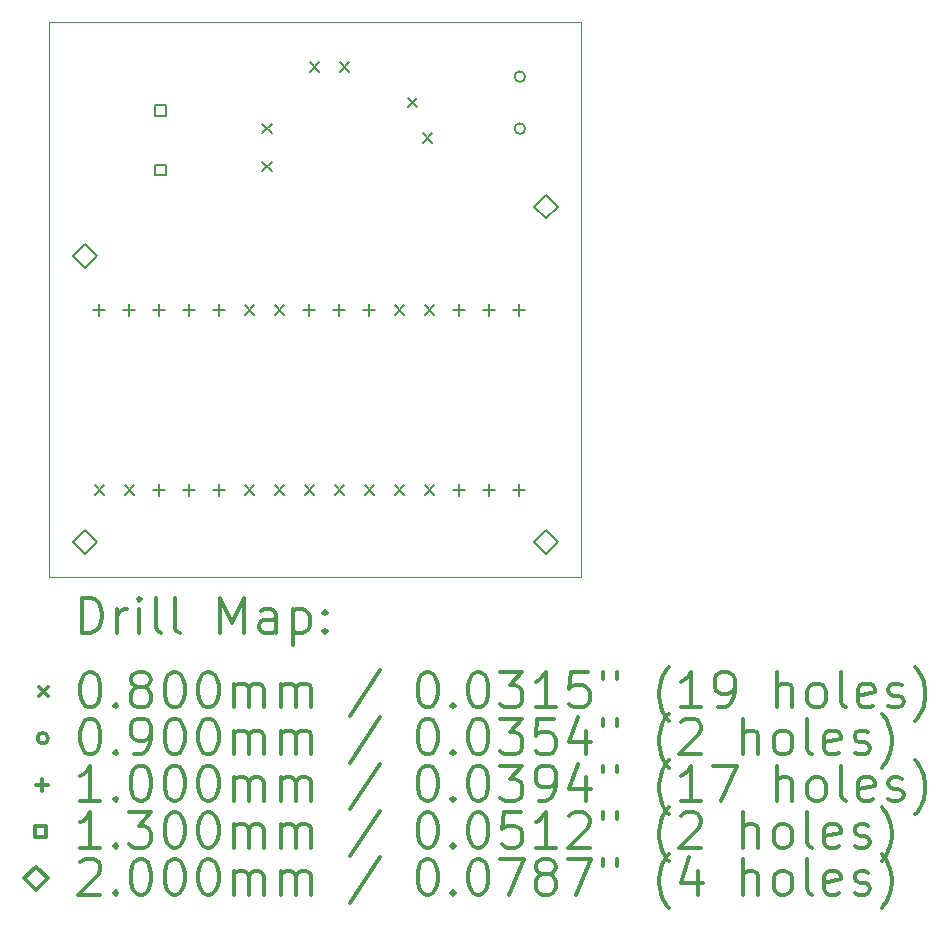
<source format=gbr>
%FSLAX45Y45*%
G04 Gerber Fmt 4.5, Leading zero omitted, Abs format (unit mm)*
G04 Created by KiCad (PCBNEW (5.1.10)-1) date 2021-10-09 15:55:11*
%MOMM*%
%LPD*%
G01*
G04 APERTURE LIST*
%TA.AperFunction,Profile*%
%ADD10C,0.100000*%
%TD*%
%ADD11C,0.200000*%
%ADD12C,0.300000*%
G04 APERTURE END LIST*
D10*
X11960000Y-4880000D02*
X11960000Y-9580000D01*
X7450000Y-4880000D02*
X11960000Y-4880000D01*
X7450000Y-9580000D02*
X7450000Y-4880000D01*
X11960000Y-9580000D02*
X7450000Y-9580000D01*
D11*
X7840000Y-8800000D02*
X7920000Y-8880000D01*
X7920000Y-8800000D02*
X7840000Y-8880000D01*
X8094000Y-8800000D02*
X8174000Y-8880000D01*
X8174000Y-8800000D02*
X8094000Y-8880000D01*
X9110000Y-7276000D02*
X9190000Y-7356000D01*
X9190000Y-7276000D02*
X9110000Y-7356000D01*
X9110000Y-8800000D02*
X9190000Y-8880000D01*
X9190000Y-8800000D02*
X9110000Y-8880000D01*
X9260000Y-5740000D02*
X9340000Y-5820000D01*
X9340000Y-5740000D02*
X9260000Y-5820000D01*
X9260000Y-6060000D02*
X9340000Y-6140000D01*
X9340000Y-6060000D02*
X9260000Y-6140000D01*
X9364000Y-7276000D02*
X9444000Y-7356000D01*
X9444000Y-7276000D02*
X9364000Y-7356000D01*
X9364000Y-8800000D02*
X9444000Y-8880000D01*
X9444000Y-8800000D02*
X9364000Y-8880000D01*
X9618000Y-8800000D02*
X9698000Y-8880000D01*
X9698000Y-8800000D02*
X9618000Y-8880000D01*
X9660000Y-5220000D02*
X9740000Y-5300000D01*
X9740000Y-5220000D02*
X9660000Y-5300000D01*
X9872000Y-8800000D02*
X9952000Y-8880000D01*
X9952000Y-8800000D02*
X9872000Y-8880000D01*
X9914000Y-5220000D02*
X9994000Y-5300000D01*
X9994000Y-5220000D02*
X9914000Y-5300000D01*
X10126000Y-8800000D02*
X10206000Y-8880000D01*
X10206000Y-8800000D02*
X10126000Y-8880000D01*
X10380000Y-7276000D02*
X10460000Y-7356000D01*
X10460000Y-7276000D02*
X10380000Y-7356000D01*
X10380000Y-8800000D02*
X10460000Y-8880000D01*
X10460000Y-8800000D02*
X10380000Y-8880000D01*
X10490000Y-5520000D02*
X10570000Y-5600000D01*
X10570000Y-5520000D02*
X10490000Y-5600000D01*
X10620000Y-5820000D02*
X10700000Y-5900000D01*
X10700000Y-5820000D02*
X10620000Y-5900000D01*
X10634000Y-7276000D02*
X10714000Y-7356000D01*
X10714000Y-7276000D02*
X10634000Y-7356000D01*
X10634000Y-8800000D02*
X10714000Y-8880000D01*
X10714000Y-8800000D02*
X10634000Y-8880000D01*
X11485000Y-5340000D02*
G75*
G03*
X11485000Y-5340000I-45000J0D01*
G01*
X11485000Y-5780000D02*
G75*
G03*
X11485000Y-5780000I-45000J0D01*
G01*
X7880000Y-7266000D02*
X7880000Y-7366000D01*
X7830000Y-7316000D02*
X7930000Y-7316000D01*
X8134000Y-7266000D02*
X8134000Y-7366000D01*
X8084000Y-7316000D02*
X8184000Y-7316000D01*
X8388000Y-7266000D02*
X8388000Y-7366000D01*
X8338000Y-7316000D02*
X8438000Y-7316000D01*
X8388000Y-8790000D02*
X8388000Y-8890000D01*
X8338000Y-8840000D02*
X8438000Y-8840000D01*
X8642000Y-7266000D02*
X8642000Y-7366000D01*
X8592000Y-7316000D02*
X8692000Y-7316000D01*
X8642000Y-8790000D02*
X8642000Y-8890000D01*
X8592000Y-8840000D02*
X8692000Y-8840000D01*
X8896000Y-7266000D02*
X8896000Y-7366000D01*
X8846000Y-7316000D02*
X8946000Y-7316000D01*
X8896000Y-8790000D02*
X8896000Y-8890000D01*
X8846000Y-8840000D02*
X8946000Y-8840000D01*
X9658000Y-7266000D02*
X9658000Y-7366000D01*
X9608000Y-7316000D02*
X9708000Y-7316000D01*
X9912000Y-7266000D02*
X9912000Y-7366000D01*
X9862000Y-7316000D02*
X9962000Y-7316000D01*
X10166000Y-7266000D02*
X10166000Y-7366000D01*
X10116000Y-7316000D02*
X10216000Y-7316000D01*
X10928000Y-7266000D02*
X10928000Y-7366000D01*
X10878000Y-7316000D02*
X10978000Y-7316000D01*
X10928000Y-8790000D02*
X10928000Y-8890000D01*
X10878000Y-8840000D02*
X10978000Y-8840000D01*
X11182000Y-7266000D02*
X11182000Y-7366000D01*
X11132000Y-7316000D02*
X11232000Y-7316000D01*
X11182000Y-8790000D02*
X11182000Y-8890000D01*
X11132000Y-8840000D02*
X11232000Y-8840000D01*
X11436000Y-7266000D02*
X11436000Y-7366000D01*
X11386000Y-7316000D02*
X11486000Y-7316000D01*
X11436000Y-8790000D02*
X11436000Y-8890000D01*
X11386000Y-8840000D02*
X11486000Y-8840000D01*
X8445962Y-5675962D02*
X8445962Y-5584038D01*
X8354038Y-5584038D01*
X8354038Y-5675962D01*
X8445962Y-5675962D01*
X8445962Y-6175962D02*
X8445962Y-6084038D01*
X8354038Y-6084038D01*
X8354038Y-6175962D01*
X8445962Y-6175962D01*
X7760000Y-6960000D02*
X7860000Y-6860000D01*
X7760000Y-6760000D01*
X7660000Y-6860000D01*
X7760000Y-6960000D01*
X7760000Y-9380000D02*
X7860000Y-9280000D01*
X7760000Y-9180000D01*
X7660000Y-9280000D01*
X7760000Y-9380000D01*
X11660000Y-6540000D02*
X11760000Y-6440000D01*
X11660000Y-6340000D01*
X11560000Y-6440000D01*
X11660000Y-6540000D01*
X11660000Y-9380000D02*
X11760000Y-9280000D01*
X11660000Y-9180000D01*
X11560000Y-9280000D01*
X11660000Y-9380000D01*
D12*
X7731428Y-10050714D02*
X7731428Y-9750714D01*
X7802857Y-9750714D01*
X7845714Y-9765000D01*
X7874286Y-9793572D01*
X7888571Y-9822143D01*
X7902857Y-9879286D01*
X7902857Y-9922143D01*
X7888571Y-9979286D01*
X7874286Y-10007857D01*
X7845714Y-10036429D01*
X7802857Y-10050714D01*
X7731428Y-10050714D01*
X8031428Y-10050714D02*
X8031428Y-9850714D01*
X8031428Y-9907857D02*
X8045714Y-9879286D01*
X8060000Y-9865000D01*
X8088571Y-9850714D01*
X8117143Y-9850714D01*
X8217143Y-10050714D02*
X8217143Y-9850714D01*
X8217143Y-9750714D02*
X8202857Y-9765000D01*
X8217143Y-9779286D01*
X8231428Y-9765000D01*
X8217143Y-9750714D01*
X8217143Y-9779286D01*
X8402857Y-10050714D02*
X8374286Y-10036429D01*
X8360000Y-10007857D01*
X8360000Y-9750714D01*
X8560000Y-10050714D02*
X8531428Y-10036429D01*
X8517143Y-10007857D01*
X8517143Y-9750714D01*
X8902857Y-10050714D02*
X8902857Y-9750714D01*
X9002857Y-9965000D01*
X9102857Y-9750714D01*
X9102857Y-10050714D01*
X9374286Y-10050714D02*
X9374286Y-9893572D01*
X9360000Y-9865000D01*
X9331428Y-9850714D01*
X9274286Y-9850714D01*
X9245714Y-9865000D01*
X9374286Y-10036429D02*
X9345714Y-10050714D01*
X9274286Y-10050714D01*
X9245714Y-10036429D01*
X9231428Y-10007857D01*
X9231428Y-9979286D01*
X9245714Y-9950714D01*
X9274286Y-9936429D01*
X9345714Y-9936429D01*
X9374286Y-9922143D01*
X9517143Y-9850714D02*
X9517143Y-10150714D01*
X9517143Y-9865000D02*
X9545714Y-9850714D01*
X9602857Y-9850714D01*
X9631428Y-9865000D01*
X9645714Y-9879286D01*
X9660000Y-9907857D01*
X9660000Y-9993572D01*
X9645714Y-10022143D01*
X9631428Y-10036429D01*
X9602857Y-10050714D01*
X9545714Y-10050714D01*
X9517143Y-10036429D01*
X9788571Y-10022143D02*
X9802857Y-10036429D01*
X9788571Y-10050714D01*
X9774286Y-10036429D01*
X9788571Y-10022143D01*
X9788571Y-10050714D01*
X9788571Y-9865000D02*
X9802857Y-9879286D01*
X9788571Y-9893572D01*
X9774286Y-9879286D01*
X9788571Y-9865000D01*
X9788571Y-9893572D01*
X7365000Y-10505000D02*
X7445000Y-10585000D01*
X7445000Y-10505000D02*
X7365000Y-10585000D01*
X7788571Y-10380714D02*
X7817143Y-10380714D01*
X7845714Y-10395000D01*
X7860000Y-10409286D01*
X7874286Y-10437857D01*
X7888571Y-10495000D01*
X7888571Y-10566429D01*
X7874286Y-10623572D01*
X7860000Y-10652143D01*
X7845714Y-10666429D01*
X7817143Y-10680714D01*
X7788571Y-10680714D01*
X7760000Y-10666429D01*
X7745714Y-10652143D01*
X7731428Y-10623572D01*
X7717143Y-10566429D01*
X7717143Y-10495000D01*
X7731428Y-10437857D01*
X7745714Y-10409286D01*
X7760000Y-10395000D01*
X7788571Y-10380714D01*
X8017143Y-10652143D02*
X8031428Y-10666429D01*
X8017143Y-10680714D01*
X8002857Y-10666429D01*
X8017143Y-10652143D01*
X8017143Y-10680714D01*
X8202857Y-10509286D02*
X8174286Y-10495000D01*
X8160000Y-10480714D01*
X8145714Y-10452143D01*
X8145714Y-10437857D01*
X8160000Y-10409286D01*
X8174286Y-10395000D01*
X8202857Y-10380714D01*
X8260000Y-10380714D01*
X8288571Y-10395000D01*
X8302857Y-10409286D01*
X8317143Y-10437857D01*
X8317143Y-10452143D01*
X8302857Y-10480714D01*
X8288571Y-10495000D01*
X8260000Y-10509286D01*
X8202857Y-10509286D01*
X8174286Y-10523572D01*
X8160000Y-10537857D01*
X8145714Y-10566429D01*
X8145714Y-10623572D01*
X8160000Y-10652143D01*
X8174286Y-10666429D01*
X8202857Y-10680714D01*
X8260000Y-10680714D01*
X8288571Y-10666429D01*
X8302857Y-10652143D01*
X8317143Y-10623572D01*
X8317143Y-10566429D01*
X8302857Y-10537857D01*
X8288571Y-10523572D01*
X8260000Y-10509286D01*
X8502857Y-10380714D02*
X8531428Y-10380714D01*
X8560000Y-10395000D01*
X8574286Y-10409286D01*
X8588571Y-10437857D01*
X8602857Y-10495000D01*
X8602857Y-10566429D01*
X8588571Y-10623572D01*
X8574286Y-10652143D01*
X8560000Y-10666429D01*
X8531428Y-10680714D01*
X8502857Y-10680714D01*
X8474286Y-10666429D01*
X8460000Y-10652143D01*
X8445714Y-10623572D01*
X8431428Y-10566429D01*
X8431428Y-10495000D01*
X8445714Y-10437857D01*
X8460000Y-10409286D01*
X8474286Y-10395000D01*
X8502857Y-10380714D01*
X8788571Y-10380714D02*
X8817143Y-10380714D01*
X8845714Y-10395000D01*
X8860000Y-10409286D01*
X8874286Y-10437857D01*
X8888571Y-10495000D01*
X8888571Y-10566429D01*
X8874286Y-10623572D01*
X8860000Y-10652143D01*
X8845714Y-10666429D01*
X8817143Y-10680714D01*
X8788571Y-10680714D01*
X8760000Y-10666429D01*
X8745714Y-10652143D01*
X8731428Y-10623572D01*
X8717143Y-10566429D01*
X8717143Y-10495000D01*
X8731428Y-10437857D01*
X8745714Y-10409286D01*
X8760000Y-10395000D01*
X8788571Y-10380714D01*
X9017143Y-10680714D02*
X9017143Y-10480714D01*
X9017143Y-10509286D02*
X9031428Y-10495000D01*
X9060000Y-10480714D01*
X9102857Y-10480714D01*
X9131428Y-10495000D01*
X9145714Y-10523572D01*
X9145714Y-10680714D01*
X9145714Y-10523572D02*
X9160000Y-10495000D01*
X9188571Y-10480714D01*
X9231428Y-10480714D01*
X9260000Y-10495000D01*
X9274286Y-10523572D01*
X9274286Y-10680714D01*
X9417143Y-10680714D02*
X9417143Y-10480714D01*
X9417143Y-10509286D02*
X9431428Y-10495000D01*
X9460000Y-10480714D01*
X9502857Y-10480714D01*
X9531428Y-10495000D01*
X9545714Y-10523572D01*
X9545714Y-10680714D01*
X9545714Y-10523572D02*
X9560000Y-10495000D01*
X9588571Y-10480714D01*
X9631428Y-10480714D01*
X9660000Y-10495000D01*
X9674286Y-10523572D01*
X9674286Y-10680714D01*
X10260000Y-10366429D02*
X10002857Y-10752143D01*
X10645714Y-10380714D02*
X10674286Y-10380714D01*
X10702857Y-10395000D01*
X10717143Y-10409286D01*
X10731428Y-10437857D01*
X10745714Y-10495000D01*
X10745714Y-10566429D01*
X10731428Y-10623572D01*
X10717143Y-10652143D01*
X10702857Y-10666429D01*
X10674286Y-10680714D01*
X10645714Y-10680714D01*
X10617143Y-10666429D01*
X10602857Y-10652143D01*
X10588571Y-10623572D01*
X10574286Y-10566429D01*
X10574286Y-10495000D01*
X10588571Y-10437857D01*
X10602857Y-10409286D01*
X10617143Y-10395000D01*
X10645714Y-10380714D01*
X10874286Y-10652143D02*
X10888571Y-10666429D01*
X10874286Y-10680714D01*
X10860000Y-10666429D01*
X10874286Y-10652143D01*
X10874286Y-10680714D01*
X11074286Y-10380714D02*
X11102857Y-10380714D01*
X11131428Y-10395000D01*
X11145714Y-10409286D01*
X11160000Y-10437857D01*
X11174286Y-10495000D01*
X11174286Y-10566429D01*
X11160000Y-10623572D01*
X11145714Y-10652143D01*
X11131428Y-10666429D01*
X11102857Y-10680714D01*
X11074286Y-10680714D01*
X11045714Y-10666429D01*
X11031428Y-10652143D01*
X11017143Y-10623572D01*
X11002857Y-10566429D01*
X11002857Y-10495000D01*
X11017143Y-10437857D01*
X11031428Y-10409286D01*
X11045714Y-10395000D01*
X11074286Y-10380714D01*
X11274286Y-10380714D02*
X11460000Y-10380714D01*
X11360000Y-10495000D01*
X11402857Y-10495000D01*
X11431428Y-10509286D01*
X11445714Y-10523572D01*
X11460000Y-10552143D01*
X11460000Y-10623572D01*
X11445714Y-10652143D01*
X11431428Y-10666429D01*
X11402857Y-10680714D01*
X11317143Y-10680714D01*
X11288571Y-10666429D01*
X11274286Y-10652143D01*
X11745714Y-10680714D02*
X11574286Y-10680714D01*
X11660000Y-10680714D02*
X11660000Y-10380714D01*
X11631428Y-10423572D01*
X11602857Y-10452143D01*
X11574286Y-10466429D01*
X12017143Y-10380714D02*
X11874286Y-10380714D01*
X11860000Y-10523572D01*
X11874286Y-10509286D01*
X11902857Y-10495000D01*
X11974286Y-10495000D01*
X12002857Y-10509286D01*
X12017143Y-10523572D01*
X12031428Y-10552143D01*
X12031428Y-10623572D01*
X12017143Y-10652143D01*
X12002857Y-10666429D01*
X11974286Y-10680714D01*
X11902857Y-10680714D01*
X11874286Y-10666429D01*
X11860000Y-10652143D01*
X12145714Y-10380714D02*
X12145714Y-10437857D01*
X12260000Y-10380714D02*
X12260000Y-10437857D01*
X12702857Y-10795000D02*
X12688571Y-10780714D01*
X12660000Y-10737857D01*
X12645714Y-10709286D01*
X12631428Y-10666429D01*
X12617143Y-10595000D01*
X12617143Y-10537857D01*
X12631428Y-10466429D01*
X12645714Y-10423572D01*
X12660000Y-10395000D01*
X12688571Y-10352143D01*
X12702857Y-10337857D01*
X12974286Y-10680714D02*
X12802857Y-10680714D01*
X12888571Y-10680714D02*
X12888571Y-10380714D01*
X12860000Y-10423572D01*
X12831428Y-10452143D01*
X12802857Y-10466429D01*
X13117143Y-10680714D02*
X13174286Y-10680714D01*
X13202857Y-10666429D01*
X13217143Y-10652143D01*
X13245714Y-10609286D01*
X13260000Y-10552143D01*
X13260000Y-10437857D01*
X13245714Y-10409286D01*
X13231428Y-10395000D01*
X13202857Y-10380714D01*
X13145714Y-10380714D01*
X13117143Y-10395000D01*
X13102857Y-10409286D01*
X13088571Y-10437857D01*
X13088571Y-10509286D01*
X13102857Y-10537857D01*
X13117143Y-10552143D01*
X13145714Y-10566429D01*
X13202857Y-10566429D01*
X13231428Y-10552143D01*
X13245714Y-10537857D01*
X13260000Y-10509286D01*
X13617143Y-10680714D02*
X13617143Y-10380714D01*
X13745714Y-10680714D02*
X13745714Y-10523572D01*
X13731428Y-10495000D01*
X13702857Y-10480714D01*
X13660000Y-10480714D01*
X13631428Y-10495000D01*
X13617143Y-10509286D01*
X13931428Y-10680714D02*
X13902857Y-10666429D01*
X13888571Y-10652143D01*
X13874286Y-10623572D01*
X13874286Y-10537857D01*
X13888571Y-10509286D01*
X13902857Y-10495000D01*
X13931428Y-10480714D01*
X13974286Y-10480714D01*
X14002857Y-10495000D01*
X14017143Y-10509286D01*
X14031428Y-10537857D01*
X14031428Y-10623572D01*
X14017143Y-10652143D01*
X14002857Y-10666429D01*
X13974286Y-10680714D01*
X13931428Y-10680714D01*
X14202857Y-10680714D02*
X14174286Y-10666429D01*
X14160000Y-10637857D01*
X14160000Y-10380714D01*
X14431428Y-10666429D02*
X14402857Y-10680714D01*
X14345714Y-10680714D01*
X14317143Y-10666429D01*
X14302857Y-10637857D01*
X14302857Y-10523572D01*
X14317143Y-10495000D01*
X14345714Y-10480714D01*
X14402857Y-10480714D01*
X14431428Y-10495000D01*
X14445714Y-10523572D01*
X14445714Y-10552143D01*
X14302857Y-10580714D01*
X14560000Y-10666429D02*
X14588571Y-10680714D01*
X14645714Y-10680714D01*
X14674286Y-10666429D01*
X14688571Y-10637857D01*
X14688571Y-10623572D01*
X14674286Y-10595000D01*
X14645714Y-10580714D01*
X14602857Y-10580714D01*
X14574286Y-10566429D01*
X14560000Y-10537857D01*
X14560000Y-10523572D01*
X14574286Y-10495000D01*
X14602857Y-10480714D01*
X14645714Y-10480714D01*
X14674286Y-10495000D01*
X14788571Y-10795000D02*
X14802857Y-10780714D01*
X14831428Y-10737857D01*
X14845714Y-10709286D01*
X14860000Y-10666429D01*
X14874286Y-10595000D01*
X14874286Y-10537857D01*
X14860000Y-10466429D01*
X14845714Y-10423572D01*
X14831428Y-10395000D01*
X14802857Y-10352143D01*
X14788571Y-10337857D01*
X7445000Y-10941000D02*
G75*
G03*
X7445000Y-10941000I-45000J0D01*
G01*
X7788571Y-10776714D02*
X7817143Y-10776714D01*
X7845714Y-10791000D01*
X7860000Y-10805286D01*
X7874286Y-10833857D01*
X7888571Y-10891000D01*
X7888571Y-10962429D01*
X7874286Y-11019572D01*
X7860000Y-11048143D01*
X7845714Y-11062429D01*
X7817143Y-11076714D01*
X7788571Y-11076714D01*
X7760000Y-11062429D01*
X7745714Y-11048143D01*
X7731428Y-11019572D01*
X7717143Y-10962429D01*
X7717143Y-10891000D01*
X7731428Y-10833857D01*
X7745714Y-10805286D01*
X7760000Y-10791000D01*
X7788571Y-10776714D01*
X8017143Y-11048143D02*
X8031428Y-11062429D01*
X8017143Y-11076714D01*
X8002857Y-11062429D01*
X8017143Y-11048143D01*
X8017143Y-11076714D01*
X8174286Y-11076714D02*
X8231428Y-11076714D01*
X8260000Y-11062429D01*
X8274286Y-11048143D01*
X8302857Y-11005286D01*
X8317143Y-10948143D01*
X8317143Y-10833857D01*
X8302857Y-10805286D01*
X8288571Y-10791000D01*
X8260000Y-10776714D01*
X8202857Y-10776714D01*
X8174286Y-10791000D01*
X8160000Y-10805286D01*
X8145714Y-10833857D01*
X8145714Y-10905286D01*
X8160000Y-10933857D01*
X8174286Y-10948143D01*
X8202857Y-10962429D01*
X8260000Y-10962429D01*
X8288571Y-10948143D01*
X8302857Y-10933857D01*
X8317143Y-10905286D01*
X8502857Y-10776714D02*
X8531428Y-10776714D01*
X8560000Y-10791000D01*
X8574286Y-10805286D01*
X8588571Y-10833857D01*
X8602857Y-10891000D01*
X8602857Y-10962429D01*
X8588571Y-11019572D01*
X8574286Y-11048143D01*
X8560000Y-11062429D01*
X8531428Y-11076714D01*
X8502857Y-11076714D01*
X8474286Y-11062429D01*
X8460000Y-11048143D01*
X8445714Y-11019572D01*
X8431428Y-10962429D01*
X8431428Y-10891000D01*
X8445714Y-10833857D01*
X8460000Y-10805286D01*
X8474286Y-10791000D01*
X8502857Y-10776714D01*
X8788571Y-10776714D02*
X8817143Y-10776714D01*
X8845714Y-10791000D01*
X8860000Y-10805286D01*
X8874286Y-10833857D01*
X8888571Y-10891000D01*
X8888571Y-10962429D01*
X8874286Y-11019572D01*
X8860000Y-11048143D01*
X8845714Y-11062429D01*
X8817143Y-11076714D01*
X8788571Y-11076714D01*
X8760000Y-11062429D01*
X8745714Y-11048143D01*
X8731428Y-11019572D01*
X8717143Y-10962429D01*
X8717143Y-10891000D01*
X8731428Y-10833857D01*
X8745714Y-10805286D01*
X8760000Y-10791000D01*
X8788571Y-10776714D01*
X9017143Y-11076714D02*
X9017143Y-10876714D01*
X9017143Y-10905286D02*
X9031428Y-10891000D01*
X9060000Y-10876714D01*
X9102857Y-10876714D01*
X9131428Y-10891000D01*
X9145714Y-10919572D01*
X9145714Y-11076714D01*
X9145714Y-10919572D02*
X9160000Y-10891000D01*
X9188571Y-10876714D01*
X9231428Y-10876714D01*
X9260000Y-10891000D01*
X9274286Y-10919572D01*
X9274286Y-11076714D01*
X9417143Y-11076714D02*
X9417143Y-10876714D01*
X9417143Y-10905286D02*
X9431428Y-10891000D01*
X9460000Y-10876714D01*
X9502857Y-10876714D01*
X9531428Y-10891000D01*
X9545714Y-10919572D01*
X9545714Y-11076714D01*
X9545714Y-10919572D02*
X9560000Y-10891000D01*
X9588571Y-10876714D01*
X9631428Y-10876714D01*
X9660000Y-10891000D01*
X9674286Y-10919572D01*
X9674286Y-11076714D01*
X10260000Y-10762429D02*
X10002857Y-11148143D01*
X10645714Y-10776714D02*
X10674286Y-10776714D01*
X10702857Y-10791000D01*
X10717143Y-10805286D01*
X10731428Y-10833857D01*
X10745714Y-10891000D01*
X10745714Y-10962429D01*
X10731428Y-11019572D01*
X10717143Y-11048143D01*
X10702857Y-11062429D01*
X10674286Y-11076714D01*
X10645714Y-11076714D01*
X10617143Y-11062429D01*
X10602857Y-11048143D01*
X10588571Y-11019572D01*
X10574286Y-10962429D01*
X10574286Y-10891000D01*
X10588571Y-10833857D01*
X10602857Y-10805286D01*
X10617143Y-10791000D01*
X10645714Y-10776714D01*
X10874286Y-11048143D02*
X10888571Y-11062429D01*
X10874286Y-11076714D01*
X10860000Y-11062429D01*
X10874286Y-11048143D01*
X10874286Y-11076714D01*
X11074286Y-10776714D02*
X11102857Y-10776714D01*
X11131428Y-10791000D01*
X11145714Y-10805286D01*
X11160000Y-10833857D01*
X11174286Y-10891000D01*
X11174286Y-10962429D01*
X11160000Y-11019572D01*
X11145714Y-11048143D01*
X11131428Y-11062429D01*
X11102857Y-11076714D01*
X11074286Y-11076714D01*
X11045714Y-11062429D01*
X11031428Y-11048143D01*
X11017143Y-11019572D01*
X11002857Y-10962429D01*
X11002857Y-10891000D01*
X11017143Y-10833857D01*
X11031428Y-10805286D01*
X11045714Y-10791000D01*
X11074286Y-10776714D01*
X11274286Y-10776714D02*
X11460000Y-10776714D01*
X11360000Y-10891000D01*
X11402857Y-10891000D01*
X11431428Y-10905286D01*
X11445714Y-10919572D01*
X11460000Y-10948143D01*
X11460000Y-11019572D01*
X11445714Y-11048143D01*
X11431428Y-11062429D01*
X11402857Y-11076714D01*
X11317143Y-11076714D01*
X11288571Y-11062429D01*
X11274286Y-11048143D01*
X11731428Y-10776714D02*
X11588571Y-10776714D01*
X11574286Y-10919572D01*
X11588571Y-10905286D01*
X11617143Y-10891000D01*
X11688571Y-10891000D01*
X11717143Y-10905286D01*
X11731428Y-10919572D01*
X11745714Y-10948143D01*
X11745714Y-11019572D01*
X11731428Y-11048143D01*
X11717143Y-11062429D01*
X11688571Y-11076714D01*
X11617143Y-11076714D01*
X11588571Y-11062429D01*
X11574286Y-11048143D01*
X12002857Y-10876714D02*
X12002857Y-11076714D01*
X11931428Y-10762429D02*
X11860000Y-10976714D01*
X12045714Y-10976714D01*
X12145714Y-10776714D02*
X12145714Y-10833857D01*
X12260000Y-10776714D02*
X12260000Y-10833857D01*
X12702857Y-11191000D02*
X12688571Y-11176714D01*
X12660000Y-11133857D01*
X12645714Y-11105286D01*
X12631428Y-11062429D01*
X12617143Y-10991000D01*
X12617143Y-10933857D01*
X12631428Y-10862429D01*
X12645714Y-10819572D01*
X12660000Y-10791000D01*
X12688571Y-10748143D01*
X12702857Y-10733857D01*
X12802857Y-10805286D02*
X12817143Y-10791000D01*
X12845714Y-10776714D01*
X12917143Y-10776714D01*
X12945714Y-10791000D01*
X12960000Y-10805286D01*
X12974286Y-10833857D01*
X12974286Y-10862429D01*
X12960000Y-10905286D01*
X12788571Y-11076714D01*
X12974286Y-11076714D01*
X13331428Y-11076714D02*
X13331428Y-10776714D01*
X13460000Y-11076714D02*
X13460000Y-10919572D01*
X13445714Y-10891000D01*
X13417143Y-10876714D01*
X13374286Y-10876714D01*
X13345714Y-10891000D01*
X13331428Y-10905286D01*
X13645714Y-11076714D02*
X13617143Y-11062429D01*
X13602857Y-11048143D01*
X13588571Y-11019572D01*
X13588571Y-10933857D01*
X13602857Y-10905286D01*
X13617143Y-10891000D01*
X13645714Y-10876714D01*
X13688571Y-10876714D01*
X13717143Y-10891000D01*
X13731428Y-10905286D01*
X13745714Y-10933857D01*
X13745714Y-11019572D01*
X13731428Y-11048143D01*
X13717143Y-11062429D01*
X13688571Y-11076714D01*
X13645714Y-11076714D01*
X13917143Y-11076714D02*
X13888571Y-11062429D01*
X13874286Y-11033857D01*
X13874286Y-10776714D01*
X14145714Y-11062429D02*
X14117143Y-11076714D01*
X14060000Y-11076714D01*
X14031428Y-11062429D01*
X14017143Y-11033857D01*
X14017143Y-10919572D01*
X14031428Y-10891000D01*
X14060000Y-10876714D01*
X14117143Y-10876714D01*
X14145714Y-10891000D01*
X14160000Y-10919572D01*
X14160000Y-10948143D01*
X14017143Y-10976714D01*
X14274286Y-11062429D02*
X14302857Y-11076714D01*
X14360000Y-11076714D01*
X14388571Y-11062429D01*
X14402857Y-11033857D01*
X14402857Y-11019572D01*
X14388571Y-10991000D01*
X14360000Y-10976714D01*
X14317143Y-10976714D01*
X14288571Y-10962429D01*
X14274286Y-10933857D01*
X14274286Y-10919572D01*
X14288571Y-10891000D01*
X14317143Y-10876714D01*
X14360000Y-10876714D01*
X14388571Y-10891000D01*
X14502857Y-11191000D02*
X14517143Y-11176714D01*
X14545714Y-11133857D01*
X14560000Y-11105286D01*
X14574286Y-11062429D01*
X14588571Y-10991000D01*
X14588571Y-10933857D01*
X14574286Y-10862429D01*
X14560000Y-10819572D01*
X14545714Y-10791000D01*
X14517143Y-10748143D01*
X14502857Y-10733857D01*
X7395000Y-11287000D02*
X7395000Y-11387000D01*
X7345000Y-11337000D02*
X7445000Y-11337000D01*
X7888571Y-11472714D02*
X7717143Y-11472714D01*
X7802857Y-11472714D02*
X7802857Y-11172714D01*
X7774286Y-11215571D01*
X7745714Y-11244143D01*
X7717143Y-11258429D01*
X8017143Y-11444143D02*
X8031428Y-11458429D01*
X8017143Y-11472714D01*
X8002857Y-11458429D01*
X8017143Y-11444143D01*
X8017143Y-11472714D01*
X8217143Y-11172714D02*
X8245714Y-11172714D01*
X8274286Y-11187000D01*
X8288571Y-11201286D01*
X8302857Y-11229857D01*
X8317143Y-11287000D01*
X8317143Y-11358429D01*
X8302857Y-11415571D01*
X8288571Y-11444143D01*
X8274286Y-11458429D01*
X8245714Y-11472714D01*
X8217143Y-11472714D01*
X8188571Y-11458429D01*
X8174286Y-11444143D01*
X8160000Y-11415571D01*
X8145714Y-11358429D01*
X8145714Y-11287000D01*
X8160000Y-11229857D01*
X8174286Y-11201286D01*
X8188571Y-11187000D01*
X8217143Y-11172714D01*
X8502857Y-11172714D02*
X8531428Y-11172714D01*
X8560000Y-11187000D01*
X8574286Y-11201286D01*
X8588571Y-11229857D01*
X8602857Y-11287000D01*
X8602857Y-11358429D01*
X8588571Y-11415571D01*
X8574286Y-11444143D01*
X8560000Y-11458429D01*
X8531428Y-11472714D01*
X8502857Y-11472714D01*
X8474286Y-11458429D01*
X8460000Y-11444143D01*
X8445714Y-11415571D01*
X8431428Y-11358429D01*
X8431428Y-11287000D01*
X8445714Y-11229857D01*
X8460000Y-11201286D01*
X8474286Y-11187000D01*
X8502857Y-11172714D01*
X8788571Y-11172714D02*
X8817143Y-11172714D01*
X8845714Y-11187000D01*
X8860000Y-11201286D01*
X8874286Y-11229857D01*
X8888571Y-11287000D01*
X8888571Y-11358429D01*
X8874286Y-11415571D01*
X8860000Y-11444143D01*
X8845714Y-11458429D01*
X8817143Y-11472714D01*
X8788571Y-11472714D01*
X8760000Y-11458429D01*
X8745714Y-11444143D01*
X8731428Y-11415571D01*
X8717143Y-11358429D01*
X8717143Y-11287000D01*
X8731428Y-11229857D01*
X8745714Y-11201286D01*
X8760000Y-11187000D01*
X8788571Y-11172714D01*
X9017143Y-11472714D02*
X9017143Y-11272714D01*
X9017143Y-11301286D02*
X9031428Y-11287000D01*
X9060000Y-11272714D01*
X9102857Y-11272714D01*
X9131428Y-11287000D01*
X9145714Y-11315571D01*
X9145714Y-11472714D01*
X9145714Y-11315571D02*
X9160000Y-11287000D01*
X9188571Y-11272714D01*
X9231428Y-11272714D01*
X9260000Y-11287000D01*
X9274286Y-11315571D01*
X9274286Y-11472714D01*
X9417143Y-11472714D02*
X9417143Y-11272714D01*
X9417143Y-11301286D02*
X9431428Y-11287000D01*
X9460000Y-11272714D01*
X9502857Y-11272714D01*
X9531428Y-11287000D01*
X9545714Y-11315571D01*
X9545714Y-11472714D01*
X9545714Y-11315571D02*
X9560000Y-11287000D01*
X9588571Y-11272714D01*
X9631428Y-11272714D01*
X9660000Y-11287000D01*
X9674286Y-11315571D01*
X9674286Y-11472714D01*
X10260000Y-11158429D02*
X10002857Y-11544143D01*
X10645714Y-11172714D02*
X10674286Y-11172714D01*
X10702857Y-11187000D01*
X10717143Y-11201286D01*
X10731428Y-11229857D01*
X10745714Y-11287000D01*
X10745714Y-11358429D01*
X10731428Y-11415571D01*
X10717143Y-11444143D01*
X10702857Y-11458429D01*
X10674286Y-11472714D01*
X10645714Y-11472714D01*
X10617143Y-11458429D01*
X10602857Y-11444143D01*
X10588571Y-11415571D01*
X10574286Y-11358429D01*
X10574286Y-11287000D01*
X10588571Y-11229857D01*
X10602857Y-11201286D01*
X10617143Y-11187000D01*
X10645714Y-11172714D01*
X10874286Y-11444143D02*
X10888571Y-11458429D01*
X10874286Y-11472714D01*
X10860000Y-11458429D01*
X10874286Y-11444143D01*
X10874286Y-11472714D01*
X11074286Y-11172714D02*
X11102857Y-11172714D01*
X11131428Y-11187000D01*
X11145714Y-11201286D01*
X11160000Y-11229857D01*
X11174286Y-11287000D01*
X11174286Y-11358429D01*
X11160000Y-11415571D01*
X11145714Y-11444143D01*
X11131428Y-11458429D01*
X11102857Y-11472714D01*
X11074286Y-11472714D01*
X11045714Y-11458429D01*
X11031428Y-11444143D01*
X11017143Y-11415571D01*
X11002857Y-11358429D01*
X11002857Y-11287000D01*
X11017143Y-11229857D01*
X11031428Y-11201286D01*
X11045714Y-11187000D01*
X11074286Y-11172714D01*
X11274286Y-11172714D02*
X11460000Y-11172714D01*
X11360000Y-11287000D01*
X11402857Y-11287000D01*
X11431428Y-11301286D01*
X11445714Y-11315571D01*
X11460000Y-11344143D01*
X11460000Y-11415571D01*
X11445714Y-11444143D01*
X11431428Y-11458429D01*
X11402857Y-11472714D01*
X11317143Y-11472714D01*
X11288571Y-11458429D01*
X11274286Y-11444143D01*
X11602857Y-11472714D02*
X11660000Y-11472714D01*
X11688571Y-11458429D01*
X11702857Y-11444143D01*
X11731428Y-11401286D01*
X11745714Y-11344143D01*
X11745714Y-11229857D01*
X11731428Y-11201286D01*
X11717143Y-11187000D01*
X11688571Y-11172714D01*
X11631428Y-11172714D01*
X11602857Y-11187000D01*
X11588571Y-11201286D01*
X11574286Y-11229857D01*
X11574286Y-11301286D01*
X11588571Y-11329857D01*
X11602857Y-11344143D01*
X11631428Y-11358429D01*
X11688571Y-11358429D01*
X11717143Y-11344143D01*
X11731428Y-11329857D01*
X11745714Y-11301286D01*
X12002857Y-11272714D02*
X12002857Y-11472714D01*
X11931428Y-11158429D02*
X11860000Y-11372714D01*
X12045714Y-11372714D01*
X12145714Y-11172714D02*
X12145714Y-11229857D01*
X12260000Y-11172714D02*
X12260000Y-11229857D01*
X12702857Y-11587000D02*
X12688571Y-11572714D01*
X12660000Y-11529857D01*
X12645714Y-11501286D01*
X12631428Y-11458429D01*
X12617143Y-11387000D01*
X12617143Y-11329857D01*
X12631428Y-11258429D01*
X12645714Y-11215571D01*
X12660000Y-11187000D01*
X12688571Y-11144143D01*
X12702857Y-11129857D01*
X12974286Y-11472714D02*
X12802857Y-11472714D01*
X12888571Y-11472714D02*
X12888571Y-11172714D01*
X12860000Y-11215571D01*
X12831428Y-11244143D01*
X12802857Y-11258429D01*
X13074286Y-11172714D02*
X13274286Y-11172714D01*
X13145714Y-11472714D01*
X13617143Y-11472714D02*
X13617143Y-11172714D01*
X13745714Y-11472714D02*
X13745714Y-11315571D01*
X13731428Y-11287000D01*
X13702857Y-11272714D01*
X13660000Y-11272714D01*
X13631428Y-11287000D01*
X13617143Y-11301286D01*
X13931428Y-11472714D02*
X13902857Y-11458429D01*
X13888571Y-11444143D01*
X13874286Y-11415571D01*
X13874286Y-11329857D01*
X13888571Y-11301286D01*
X13902857Y-11287000D01*
X13931428Y-11272714D01*
X13974286Y-11272714D01*
X14002857Y-11287000D01*
X14017143Y-11301286D01*
X14031428Y-11329857D01*
X14031428Y-11415571D01*
X14017143Y-11444143D01*
X14002857Y-11458429D01*
X13974286Y-11472714D01*
X13931428Y-11472714D01*
X14202857Y-11472714D02*
X14174286Y-11458429D01*
X14160000Y-11429857D01*
X14160000Y-11172714D01*
X14431428Y-11458429D02*
X14402857Y-11472714D01*
X14345714Y-11472714D01*
X14317143Y-11458429D01*
X14302857Y-11429857D01*
X14302857Y-11315571D01*
X14317143Y-11287000D01*
X14345714Y-11272714D01*
X14402857Y-11272714D01*
X14431428Y-11287000D01*
X14445714Y-11315571D01*
X14445714Y-11344143D01*
X14302857Y-11372714D01*
X14560000Y-11458429D02*
X14588571Y-11472714D01*
X14645714Y-11472714D01*
X14674286Y-11458429D01*
X14688571Y-11429857D01*
X14688571Y-11415571D01*
X14674286Y-11387000D01*
X14645714Y-11372714D01*
X14602857Y-11372714D01*
X14574286Y-11358429D01*
X14560000Y-11329857D01*
X14560000Y-11315571D01*
X14574286Y-11287000D01*
X14602857Y-11272714D01*
X14645714Y-11272714D01*
X14674286Y-11287000D01*
X14788571Y-11587000D02*
X14802857Y-11572714D01*
X14831428Y-11529857D01*
X14845714Y-11501286D01*
X14860000Y-11458429D01*
X14874286Y-11387000D01*
X14874286Y-11329857D01*
X14860000Y-11258429D01*
X14845714Y-11215571D01*
X14831428Y-11187000D01*
X14802857Y-11144143D01*
X14788571Y-11129857D01*
X7425962Y-11778962D02*
X7425962Y-11687038D01*
X7334037Y-11687038D01*
X7334037Y-11778962D01*
X7425962Y-11778962D01*
X7888571Y-11868714D02*
X7717143Y-11868714D01*
X7802857Y-11868714D02*
X7802857Y-11568714D01*
X7774286Y-11611571D01*
X7745714Y-11640143D01*
X7717143Y-11654429D01*
X8017143Y-11840143D02*
X8031428Y-11854429D01*
X8017143Y-11868714D01*
X8002857Y-11854429D01*
X8017143Y-11840143D01*
X8017143Y-11868714D01*
X8131428Y-11568714D02*
X8317143Y-11568714D01*
X8217143Y-11683000D01*
X8260000Y-11683000D01*
X8288571Y-11697286D01*
X8302857Y-11711571D01*
X8317143Y-11740143D01*
X8317143Y-11811571D01*
X8302857Y-11840143D01*
X8288571Y-11854429D01*
X8260000Y-11868714D01*
X8174286Y-11868714D01*
X8145714Y-11854429D01*
X8131428Y-11840143D01*
X8502857Y-11568714D02*
X8531428Y-11568714D01*
X8560000Y-11583000D01*
X8574286Y-11597286D01*
X8588571Y-11625857D01*
X8602857Y-11683000D01*
X8602857Y-11754429D01*
X8588571Y-11811571D01*
X8574286Y-11840143D01*
X8560000Y-11854429D01*
X8531428Y-11868714D01*
X8502857Y-11868714D01*
X8474286Y-11854429D01*
X8460000Y-11840143D01*
X8445714Y-11811571D01*
X8431428Y-11754429D01*
X8431428Y-11683000D01*
X8445714Y-11625857D01*
X8460000Y-11597286D01*
X8474286Y-11583000D01*
X8502857Y-11568714D01*
X8788571Y-11568714D02*
X8817143Y-11568714D01*
X8845714Y-11583000D01*
X8860000Y-11597286D01*
X8874286Y-11625857D01*
X8888571Y-11683000D01*
X8888571Y-11754429D01*
X8874286Y-11811571D01*
X8860000Y-11840143D01*
X8845714Y-11854429D01*
X8817143Y-11868714D01*
X8788571Y-11868714D01*
X8760000Y-11854429D01*
X8745714Y-11840143D01*
X8731428Y-11811571D01*
X8717143Y-11754429D01*
X8717143Y-11683000D01*
X8731428Y-11625857D01*
X8745714Y-11597286D01*
X8760000Y-11583000D01*
X8788571Y-11568714D01*
X9017143Y-11868714D02*
X9017143Y-11668714D01*
X9017143Y-11697286D02*
X9031428Y-11683000D01*
X9060000Y-11668714D01*
X9102857Y-11668714D01*
X9131428Y-11683000D01*
X9145714Y-11711571D01*
X9145714Y-11868714D01*
X9145714Y-11711571D02*
X9160000Y-11683000D01*
X9188571Y-11668714D01*
X9231428Y-11668714D01*
X9260000Y-11683000D01*
X9274286Y-11711571D01*
X9274286Y-11868714D01*
X9417143Y-11868714D02*
X9417143Y-11668714D01*
X9417143Y-11697286D02*
X9431428Y-11683000D01*
X9460000Y-11668714D01*
X9502857Y-11668714D01*
X9531428Y-11683000D01*
X9545714Y-11711571D01*
X9545714Y-11868714D01*
X9545714Y-11711571D02*
X9560000Y-11683000D01*
X9588571Y-11668714D01*
X9631428Y-11668714D01*
X9660000Y-11683000D01*
X9674286Y-11711571D01*
X9674286Y-11868714D01*
X10260000Y-11554429D02*
X10002857Y-11940143D01*
X10645714Y-11568714D02*
X10674286Y-11568714D01*
X10702857Y-11583000D01*
X10717143Y-11597286D01*
X10731428Y-11625857D01*
X10745714Y-11683000D01*
X10745714Y-11754429D01*
X10731428Y-11811571D01*
X10717143Y-11840143D01*
X10702857Y-11854429D01*
X10674286Y-11868714D01*
X10645714Y-11868714D01*
X10617143Y-11854429D01*
X10602857Y-11840143D01*
X10588571Y-11811571D01*
X10574286Y-11754429D01*
X10574286Y-11683000D01*
X10588571Y-11625857D01*
X10602857Y-11597286D01*
X10617143Y-11583000D01*
X10645714Y-11568714D01*
X10874286Y-11840143D02*
X10888571Y-11854429D01*
X10874286Y-11868714D01*
X10860000Y-11854429D01*
X10874286Y-11840143D01*
X10874286Y-11868714D01*
X11074286Y-11568714D02*
X11102857Y-11568714D01*
X11131428Y-11583000D01*
X11145714Y-11597286D01*
X11160000Y-11625857D01*
X11174286Y-11683000D01*
X11174286Y-11754429D01*
X11160000Y-11811571D01*
X11145714Y-11840143D01*
X11131428Y-11854429D01*
X11102857Y-11868714D01*
X11074286Y-11868714D01*
X11045714Y-11854429D01*
X11031428Y-11840143D01*
X11017143Y-11811571D01*
X11002857Y-11754429D01*
X11002857Y-11683000D01*
X11017143Y-11625857D01*
X11031428Y-11597286D01*
X11045714Y-11583000D01*
X11074286Y-11568714D01*
X11445714Y-11568714D02*
X11302857Y-11568714D01*
X11288571Y-11711571D01*
X11302857Y-11697286D01*
X11331428Y-11683000D01*
X11402857Y-11683000D01*
X11431428Y-11697286D01*
X11445714Y-11711571D01*
X11460000Y-11740143D01*
X11460000Y-11811571D01*
X11445714Y-11840143D01*
X11431428Y-11854429D01*
X11402857Y-11868714D01*
X11331428Y-11868714D01*
X11302857Y-11854429D01*
X11288571Y-11840143D01*
X11745714Y-11868714D02*
X11574286Y-11868714D01*
X11660000Y-11868714D02*
X11660000Y-11568714D01*
X11631428Y-11611571D01*
X11602857Y-11640143D01*
X11574286Y-11654429D01*
X11860000Y-11597286D02*
X11874286Y-11583000D01*
X11902857Y-11568714D01*
X11974286Y-11568714D01*
X12002857Y-11583000D01*
X12017143Y-11597286D01*
X12031428Y-11625857D01*
X12031428Y-11654429D01*
X12017143Y-11697286D01*
X11845714Y-11868714D01*
X12031428Y-11868714D01*
X12145714Y-11568714D02*
X12145714Y-11625857D01*
X12260000Y-11568714D02*
X12260000Y-11625857D01*
X12702857Y-11983000D02*
X12688571Y-11968714D01*
X12660000Y-11925857D01*
X12645714Y-11897286D01*
X12631428Y-11854429D01*
X12617143Y-11783000D01*
X12617143Y-11725857D01*
X12631428Y-11654429D01*
X12645714Y-11611571D01*
X12660000Y-11583000D01*
X12688571Y-11540143D01*
X12702857Y-11525857D01*
X12802857Y-11597286D02*
X12817143Y-11583000D01*
X12845714Y-11568714D01*
X12917143Y-11568714D01*
X12945714Y-11583000D01*
X12960000Y-11597286D01*
X12974286Y-11625857D01*
X12974286Y-11654429D01*
X12960000Y-11697286D01*
X12788571Y-11868714D01*
X12974286Y-11868714D01*
X13331428Y-11868714D02*
X13331428Y-11568714D01*
X13460000Y-11868714D02*
X13460000Y-11711571D01*
X13445714Y-11683000D01*
X13417143Y-11668714D01*
X13374286Y-11668714D01*
X13345714Y-11683000D01*
X13331428Y-11697286D01*
X13645714Y-11868714D02*
X13617143Y-11854429D01*
X13602857Y-11840143D01*
X13588571Y-11811571D01*
X13588571Y-11725857D01*
X13602857Y-11697286D01*
X13617143Y-11683000D01*
X13645714Y-11668714D01*
X13688571Y-11668714D01*
X13717143Y-11683000D01*
X13731428Y-11697286D01*
X13745714Y-11725857D01*
X13745714Y-11811571D01*
X13731428Y-11840143D01*
X13717143Y-11854429D01*
X13688571Y-11868714D01*
X13645714Y-11868714D01*
X13917143Y-11868714D02*
X13888571Y-11854429D01*
X13874286Y-11825857D01*
X13874286Y-11568714D01*
X14145714Y-11854429D02*
X14117143Y-11868714D01*
X14060000Y-11868714D01*
X14031428Y-11854429D01*
X14017143Y-11825857D01*
X14017143Y-11711571D01*
X14031428Y-11683000D01*
X14060000Y-11668714D01*
X14117143Y-11668714D01*
X14145714Y-11683000D01*
X14160000Y-11711571D01*
X14160000Y-11740143D01*
X14017143Y-11768714D01*
X14274286Y-11854429D02*
X14302857Y-11868714D01*
X14360000Y-11868714D01*
X14388571Y-11854429D01*
X14402857Y-11825857D01*
X14402857Y-11811571D01*
X14388571Y-11783000D01*
X14360000Y-11768714D01*
X14317143Y-11768714D01*
X14288571Y-11754429D01*
X14274286Y-11725857D01*
X14274286Y-11711571D01*
X14288571Y-11683000D01*
X14317143Y-11668714D01*
X14360000Y-11668714D01*
X14388571Y-11683000D01*
X14502857Y-11983000D02*
X14517143Y-11968714D01*
X14545714Y-11925857D01*
X14560000Y-11897286D01*
X14574286Y-11854429D01*
X14588571Y-11783000D01*
X14588571Y-11725857D01*
X14574286Y-11654429D01*
X14560000Y-11611571D01*
X14545714Y-11583000D01*
X14517143Y-11540143D01*
X14502857Y-11525857D01*
X7345000Y-12229000D02*
X7445000Y-12129000D01*
X7345000Y-12029000D01*
X7245000Y-12129000D01*
X7345000Y-12229000D01*
X7717143Y-11993286D02*
X7731428Y-11979000D01*
X7760000Y-11964714D01*
X7831428Y-11964714D01*
X7860000Y-11979000D01*
X7874286Y-11993286D01*
X7888571Y-12021857D01*
X7888571Y-12050429D01*
X7874286Y-12093286D01*
X7702857Y-12264714D01*
X7888571Y-12264714D01*
X8017143Y-12236143D02*
X8031428Y-12250429D01*
X8017143Y-12264714D01*
X8002857Y-12250429D01*
X8017143Y-12236143D01*
X8017143Y-12264714D01*
X8217143Y-11964714D02*
X8245714Y-11964714D01*
X8274286Y-11979000D01*
X8288571Y-11993286D01*
X8302857Y-12021857D01*
X8317143Y-12079000D01*
X8317143Y-12150429D01*
X8302857Y-12207571D01*
X8288571Y-12236143D01*
X8274286Y-12250429D01*
X8245714Y-12264714D01*
X8217143Y-12264714D01*
X8188571Y-12250429D01*
X8174286Y-12236143D01*
X8160000Y-12207571D01*
X8145714Y-12150429D01*
X8145714Y-12079000D01*
X8160000Y-12021857D01*
X8174286Y-11993286D01*
X8188571Y-11979000D01*
X8217143Y-11964714D01*
X8502857Y-11964714D02*
X8531428Y-11964714D01*
X8560000Y-11979000D01*
X8574286Y-11993286D01*
X8588571Y-12021857D01*
X8602857Y-12079000D01*
X8602857Y-12150429D01*
X8588571Y-12207571D01*
X8574286Y-12236143D01*
X8560000Y-12250429D01*
X8531428Y-12264714D01*
X8502857Y-12264714D01*
X8474286Y-12250429D01*
X8460000Y-12236143D01*
X8445714Y-12207571D01*
X8431428Y-12150429D01*
X8431428Y-12079000D01*
X8445714Y-12021857D01*
X8460000Y-11993286D01*
X8474286Y-11979000D01*
X8502857Y-11964714D01*
X8788571Y-11964714D02*
X8817143Y-11964714D01*
X8845714Y-11979000D01*
X8860000Y-11993286D01*
X8874286Y-12021857D01*
X8888571Y-12079000D01*
X8888571Y-12150429D01*
X8874286Y-12207571D01*
X8860000Y-12236143D01*
X8845714Y-12250429D01*
X8817143Y-12264714D01*
X8788571Y-12264714D01*
X8760000Y-12250429D01*
X8745714Y-12236143D01*
X8731428Y-12207571D01*
X8717143Y-12150429D01*
X8717143Y-12079000D01*
X8731428Y-12021857D01*
X8745714Y-11993286D01*
X8760000Y-11979000D01*
X8788571Y-11964714D01*
X9017143Y-12264714D02*
X9017143Y-12064714D01*
X9017143Y-12093286D02*
X9031428Y-12079000D01*
X9060000Y-12064714D01*
X9102857Y-12064714D01*
X9131428Y-12079000D01*
X9145714Y-12107571D01*
X9145714Y-12264714D01*
X9145714Y-12107571D02*
X9160000Y-12079000D01*
X9188571Y-12064714D01*
X9231428Y-12064714D01*
X9260000Y-12079000D01*
X9274286Y-12107571D01*
X9274286Y-12264714D01*
X9417143Y-12264714D02*
X9417143Y-12064714D01*
X9417143Y-12093286D02*
X9431428Y-12079000D01*
X9460000Y-12064714D01*
X9502857Y-12064714D01*
X9531428Y-12079000D01*
X9545714Y-12107571D01*
X9545714Y-12264714D01*
X9545714Y-12107571D02*
X9560000Y-12079000D01*
X9588571Y-12064714D01*
X9631428Y-12064714D01*
X9660000Y-12079000D01*
X9674286Y-12107571D01*
X9674286Y-12264714D01*
X10260000Y-11950429D02*
X10002857Y-12336143D01*
X10645714Y-11964714D02*
X10674286Y-11964714D01*
X10702857Y-11979000D01*
X10717143Y-11993286D01*
X10731428Y-12021857D01*
X10745714Y-12079000D01*
X10745714Y-12150429D01*
X10731428Y-12207571D01*
X10717143Y-12236143D01*
X10702857Y-12250429D01*
X10674286Y-12264714D01*
X10645714Y-12264714D01*
X10617143Y-12250429D01*
X10602857Y-12236143D01*
X10588571Y-12207571D01*
X10574286Y-12150429D01*
X10574286Y-12079000D01*
X10588571Y-12021857D01*
X10602857Y-11993286D01*
X10617143Y-11979000D01*
X10645714Y-11964714D01*
X10874286Y-12236143D02*
X10888571Y-12250429D01*
X10874286Y-12264714D01*
X10860000Y-12250429D01*
X10874286Y-12236143D01*
X10874286Y-12264714D01*
X11074286Y-11964714D02*
X11102857Y-11964714D01*
X11131428Y-11979000D01*
X11145714Y-11993286D01*
X11160000Y-12021857D01*
X11174286Y-12079000D01*
X11174286Y-12150429D01*
X11160000Y-12207571D01*
X11145714Y-12236143D01*
X11131428Y-12250429D01*
X11102857Y-12264714D01*
X11074286Y-12264714D01*
X11045714Y-12250429D01*
X11031428Y-12236143D01*
X11017143Y-12207571D01*
X11002857Y-12150429D01*
X11002857Y-12079000D01*
X11017143Y-12021857D01*
X11031428Y-11993286D01*
X11045714Y-11979000D01*
X11074286Y-11964714D01*
X11274286Y-11964714D02*
X11474286Y-11964714D01*
X11345714Y-12264714D01*
X11631428Y-12093286D02*
X11602857Y-12079000D01*
X11588571Y-12064714D01*
X11574286Y-12036143D01*
X11574286Y-12021857D01*
X11588571Y-11993286D01*
X11602857Y-11979000D01*
X11631428Y-11964714D01*
X11688571Y-11964714D01*
X11717143Y-11979000D01*
X11731428Y-11993286D01*
X11745714Y-12021857D01*
X11745714Y-12036143D01*
X11731428Y-12064714D01*
X11717143Y-12079000D01*
X11688571Y-12093286D01*
X11631428Y-12093286D01*
X11602857Y-12107571D01*
X11588571Y-12121857D01*
X11574286Y-12150429D01*
X11574286Y-12207571D01*
X11588571Y-12236143D01*
X11602857Y-12250429D01*
X11631428Y-12264714D01*
X11688571Y-12264714D01*
X11717143Y-12250429D01*
X11731428Y-12236143D01*
X11745714Y-12207571D01*
X11745714Y-12150429D01*
X11731428Y-12121857D01*
X11717143Y-12107571D01*
X11688571Y-12093286D01*
X11845714Y-11964714D02*
X12045714Y-11964714D01*
X11917143Y-12264714D01*
X12145714Y-11964714D02*
X12145714Y-12021857D01*
X12260000Y-11964714D02*
X12260000Y-12021857D01*
X12702857Y-12379000D02*
X12688571Y-12364714D01*
X12660000Y-12321857D01*
X12645714Y-12293286D01*
X12631428Y-12250429D01*
X12617143Y-12179000D01*
X12617143Y-12121857D01*
X12631428Y-12050429D01*
X12645714Y-12007571D01*
X12660000Y-11979000D01*
X12688571Y-11936143D01*
X12702857Y-11921857D01*
X12945714Y-12064714D02*
X12945714Y-12264714D01*
X12874286Y-11950429D02*
X12802857Y-12164714D01*
X12988571Y-12164714D01*
X13331428Y-12264714D02*
X13331428Y-11964714D01*
X13460000Y-12264714D02*
X13460000Y-12107571D01*
X13445714Y-12079000D01*
X13417143Y-12064714D01*
X13374286Y-12064714D01*
X13345714Y-12079000D01*
X13331428Y-12093286D01*
X13645714Y-12264714D02*
X13617143Y-12250429D01*
X13602857Y-12236143D01*
X13588571Y-12207571D01*
X13588571Y-12121857D01*
X13602857Y-12093286D01*
X13617143Y-12079000D01*
X13645714Y-12064714D01*
X13688571Y-12064714D01*
X13717143Y-12079000D01*
X13731428Y-12093286D01*
X13745714Y-12121857D01*
X13745714Y-12207571D01*
X13731428Y-12236143D01*
X13717143Y-12250429D01*
X13688571Y-12264714D01*
X13645714Y-12264714D01*
X13917143Y-12264714D02*
X13888571Y-12250429D01*
X13874286Y-12221857D01*
X13874286Y-11964714D01*
X14145714Y-12250429D02*
X14117143Y-12264714D01*
X14060000Y-12264714D01*
X14031428Y-12250429D01*
X14017143Y-12221857D01*
X14017143Y-12107571D01*
X14031428Y-12079000D01*
X14060000Y-12064714D01*
X14117143Y-12064714D01*
X14145714Y-12079000D01*
X14160000Y-12107571D01*
X14160000Y-12136143D01*
X14017143Y-12164714D01*
X14274286Y-12250429D02*
X14302857Y-12264714D01*
X14360000Y-12264714D01*
X14388571Y-12250429D01*
X14402857Y-12221857D01*
X14402857Y-12207571D01*
X14388571Y-12179000D01*
X14360000Y-12164714D01*
X14317143Y-12164714D01*
X14288571Y-12150429D01*
X14274286Y-12121857D01*
X14274286Y-12107571D01*
X14288571Y-12079000D01*
X14317143Y-12064714D01*
X14360000Y-12064714D01*
X14388571Y-12079000D01*
X14502857Y-12379000D02*
X14517143Y-12364714D01*
X14545714Y-12321857D01*
X14560000Y-12293286D01*
X14574286Y-12250429D01*
X14588571Y-12179000D01*
X14588571Y-12121857D01*
X14574286Y-12050429D01*
X14560000Y-12007571D01*
X14545714Y-11979000D01*
X14517143Y-11936143D01*
X14502857Y-11921857D01*
M02*

</source>
